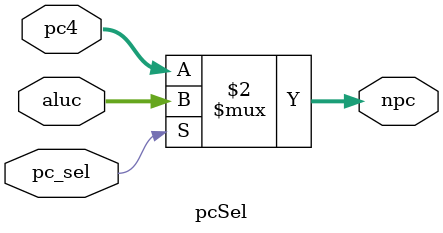
<source format=v>
module pcSel (
    input pc_sel,
    input [31:0] aluc,
    input [31:0] pc4,
    output [31:0]  npc
);
assign npc = (pc_sel=='b1) ? aluc:pc4;
endmodule
</source>
